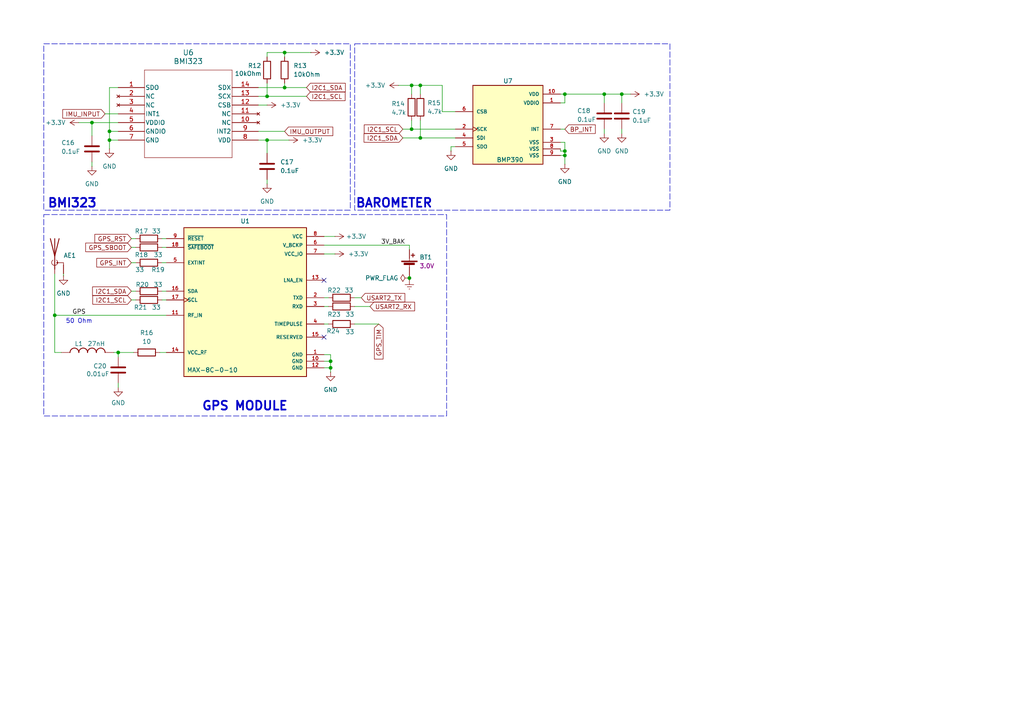
<source format=kicad_sch>
(kicad_sch (version 20231120) (generator "eeschema") (generator_version "8.0")
  (paper "A4")
  (lib_symbols
    (symbol "BMI323:BMI323" (pin_names (offset 0.254))
      (property "Reference" "U" (at 20.32 10.16 0))
      (property "Value" "BMI323" (at 20.32 7.62 0))
      (symbol "BMI323_0_1"
        (polyline (pts (xy 7.62 -20.32) (xy 33.02 -20.32)) (stroke (width 0.127)))
        (polyline (pts (xy 7.62 5.08) (xy 7.62 -20.32)) (stroke (width 0.127)))
        (polyline (pts (xy 33.02 -20.32) (xy 33.02 5.08)) (stroke (width 0.127)))
        (polyline (pts (xy 33.02 5.08) (xy 7.62 5.08)) (stroke (width 0.127)))
        (pin bidirectional line (at 0 0 0) (length 7.62) (name "SDO") (number "1"))
        (pin no_connect line (at 40.64 -10.16 180) (length 7.62) (name "NC") (number "10"))
        (pin no_connect line (at 40.64 -7.62 180) (length 7.62) (name "NC") (number "11"))
        (pin input line (at 40.64 -5.08 180) (length 7.62) (name "CSB") (number "12"))
        (pin input line (at 40.64 -2.54 180) (length 7.62) (name "SCX") (number "13"))
        (pin bidirectional line (at 40.64 0 180) (length 7.62) (name "SDX") (number "14"))
        (pin no_connect line (at 0 -2.54 0) (length 7.62) (name "NC") (number "2"))
        (pin no_connect line (at 0 -5.08 0) (length 7.62) (name "NC") (number "3"))
        (pin bidirectional line (at 0 -7.62 0) (length 7.62) (name "INT1") (number "4"))
        (pin power_in line (at 0 -10.16 0) (length 7.62) (name "VDDIO") (number "5"))
        (pin power_out line (at 0 -12.7 0) (length 7.62) (name "GNDIO") (number "6"))
        (pin power_out line (at 0 -15.24 0) (length 7.62) (name "GND") (number "7"))
        (pin power_in line (at 40.64 -15.24 180) (length 7.62) (name "VDD") (number "8"))
        (pin bidirectional line (at 40.64 -12.7 180) (length 7.62) (name "INT2") (number "9"))
      )
    )
    (symbol "Device:C" (pin_numbers hide) (pin_names (offset 0.254))
      (property "Reference" "C" (at 0.635 2.54 0))
      (property "Value" "C" (at 0.635 -2.54 0))
      (symbol "C_0_1"
        (polyline (pts (xy -2.032 -0.762) (xy 2.032 -0.762)) (stroke (width 0.508)))
        (polyline (pts (xy -2.032 0.762) (xy 2.032 0.762)) (stroke (width 0.508)))
      )
      (symbol "C_1_1"
        (pin passive line (at 0 3.81 270) (length 2.794) (name "~") (number "1"))
        (pin passive line (at 0 -3.81 90) (length 2.794) (name "~") (number "2"))
      )
    )
    (symbol "Device:R" (pin_numbers hide) (pin_names (offset 0))
      (property "Reference" "R" (at 2.032 0 90))
      (property "Value" "R" (at 0 0 90))
      (symbol "R_0_1"
        (rectangle (start -1.016 -2.54) (end 1.016 2.54) (stroke (width 0.254)))
      )
      (symbol "R_1_1"
        (pin passive line (at 0 3.81 270) (length 1.27) (name "~") (number "1"))
        (pin passive line (at 0 -3.81 90) (length 1.27) (name "~") (number "2"))
      )
    )
    (symbol "Flight-Computer:0734120110" (pin_numbers hide) (pin_names (offset 1.016) hide)
      (property "Reference" "AE" (at -1.905 4.445 0))
      (symbol "0734120110_0_1"
        (arc (start -0.508 -1.143) (mid -0.8429 -2.1194) (end 0 -2.667))
        (arc (start 0 -2.667) (mid 0.7989 -2.1052) (end 0.508 -1.143))
        (polyline (pts (xy 0 -2.54) (xy 0 0)))
        (polyline (pts (xy 0 5.08) (xy 0 -3.81)) (stroke (width 0.254)))
        (polyline (pts (xy 0.762 -1.905) (xy 2.54 -1.905)))
        (polyline (pts (xy 2.54 -2.54) (xy 2.54 -1.905)))
        (polyline (pts (xy 1.27 5.08) (xy 0 0) (xy -1.27 5.08)) (stroke (width 0.254)))
        (circle (center 0.762 -1.905) (radius 0.1778) (fill (type outline)))
      )
      (symbol "0734120110_1_1"
        (pin input line (at 0 -5.08 90) (length 2.54) (name "A") (number "1"))
        (pin input line (at 2.54 -5.08 90) (length 2.54) (name "Shield") (number "2"))
      )
    )
    (symbol "Flight-Computer:BMP390" (pin_names (offset 1.016))
      (property "Reference" "U" (at -2.54 13.335 0))
      (property "Value" "BMP390" (at -3.81 -9.525 0))
      (symbol "BMP390_0_0"
        (rectangle (start -10.16 -10.16) (end 10.16 12.7) (stroke (width 0.254)) (fill (type background)))
        (pin power_in line (at 15.24 7.62 180) (length 5.08) (name "VDDIO") (number "1"))
        (pin power_in line (at 15.24 10.16 180) (length 5.08) (name "VDD") (number "10"))
        (pin input clock (at -15.24 0 0) (length 5.08) (name "SCK") (number "2"))
        (pin power_in line (at 15.24 -3.81 180) (length 5.08) (name "VSS") (number "3"))
        (pin input line (at -15.24 -2.54 0) (length 5.08) (name "SDI") (number "4"))
        (pin input line (at -15.24 -5.08 0) (length 5.08) (name "SDO") (number "5"))
        (pin input line (at -15.24 5.08 0) (length 5.08) (name "CSB") (number "6"))
        (pin output line (at 15.24 0 180) (length 5.08) (name "INT") (number "7"))
        (pin power_in line (at 15.24 -5.715 180) (length 5.08) (name "VSS") (number "8"))
        (pin power_in line (at 15.24 -7.62 180) (length 5.08) (name "VSS") (number "9"))
      )
    )
    (symbol "Flight-Computer:Earth" (power) (pin_names (offset 0))
      (symbol "Earth_0_1"
        (polyline (pts (xy -0.635 -1.905) (xy 0.635 -1.905)))
        (polyline (pts (xy -0.127 -2.54) (xy 0.127 -2.54)))
        (polyline (pts (xy 0 -1.27) (xy 0 0)))
        (polyline (pts (xy 1.27 -1.27) (xy -1.27 -1.27)))
      )
      (symbol "Earth_1_1"
        (pin power_in line (at 0 0 270) (length 0) hide (name "Earth") (number "1"))
      )
    )
    (symbol "Flight-Computer:L-07C27NJV6T" (pin_numbers hide) (pin_names (offset 1.016) hide)
      (property "Reference" "L" (at -2.54 2.54 0))
      (property "Value" "L-07C27NJV6T" (at -7.62 -3.81 0))
      (symbol "L-07C27NJV6T_0_0"
        (arc (start -2.54 0) (mid -3.81 1.2645) (end -5.08 0) (stroke (width 0.254)))
        (arc (start 0 0) (mid -1.27 1.2645) (end -2.54 0) (stroke (width 0.254)))
        (arc (start 2.54 0) (mid 1.27 1.2645) (end 0 0) (stroke (width 0.254)))
        (arc (start 5.08 0) (mid 3.81 1.2645) (end 2.54 0) (stroke (width 0.254)))
        (pin passive line (at -7.62 0 0) (length 2.54) (name "~") (number "1"))
        (pin passive line (at 7.62 0 180) (length 2.54) (name "~") (number "2"))
      )
    )
    (symbol "Flight-Computer:MAX-8C-0-10" (pin_names (offset 1.016))
      (property "Reference" "U" (at -1.27 21.59 0))
      (property "Value" "MAX-8C-0-10" (at -17.145 -21.59 0))
      (symbol "MAX-8C-0-10_0_0"
        (rectangle (start -17.78 -22.86) (end 17.78 20.32) (stroke (width 0.254)) (fill (type background)))
        (pin power_in line (at 22.86 -16.51 180) (length 5.08) (name "GND") (number "1"))
        (pin power_in line (at 22.86 -18.415 180) (length 5.08) (name "GND") (number "10"))
        (pin input line (at -22.86 -5.08 0) (length 5.08) (name "RF_IN") (number "11"))
        (pin power_in line (at 22.86 -20.32 180) (length 5.08) (name "GND") (number "12"))
        (pin output line (at 22.86 5.08 180) (length 5.08) (name "LNA_EN") (number "13"))
        (pin power_out line (at -22.86 -15.875 0) (length 5.08) (name "VCC_RF") (number "14"))
        (pin passive line (at 22.86 -11.43 180) (length 5.08) (name "RESERVED") (number "15"))
        (pin bidirectional line (at -22.86 1.905 0) (length 5.08) (name "SDA") (number "16"))
        (pin input clock (at -22.86 -0.635 0) (length 5.08) (name "SCL") (number "17"))
        (pin input line (at -22.86 14.605 0) (length 5.08) (name "~{SAFEBOOT}") (number "18"))
        (pin output line (at 22.86 0 180) (length 5.08) (name "TXD") (number "2"))
        (pin input line (at 22.86 -2.54 180) (length 5.08) (name "RXD") (number "3"))
        (pin output line (at 22.86 -7.62 180) (length 5.08) (name "TIMEPULSE") (number "4"))
        (pin input line (at -22.86 10.16 0) (length 5.08) (name "EXTINT") (number "5"))
        (pin power_in line (at 22.86 15.24 180) (length 5.08) (name "V_BCKP") (number "6"))
        (pin power_in line (at 22.86 12.7 180) (length 5.08) (name "VCC_IO") (number "7"))
        (pin power_in line (at 22.86 17.78 180) (length 5.08) (name "VCC") (number "8"))
        (pin input line (at -22.86 17.145 0) (length 5.08) (name "~{RESET}") (number "9"))
      )
    )
    (symbol "Flight-Computer:MS614SE-FL28E" (pin_numbers hide) (pin_names (offset 0) hide)
      (property "Reference" "BT" (at 2.54 2.54 0))
      (property "Voltage" "3.0V" (at 4.445 0 0))
      (symbol "MS614SE-FL28E_0_1"
        (rectangle (start -2.286 1.778) (end 2.286 1.524) (fill (type outline)))
        (rectangle (start -1.5748 1.1938) (end 1.4732 0.6858) (fill (type outline)))
        (polyline (pts (xy 0 0.762) (xy 0 0)))
        (polyline (pts (xy 0 1.778) (xy 0 2.54)))
        (polyline (pts (xy 0.508 3.429) (xy 1.524 3.429)) (stroke (width 0.254)))
        (polyline (pts (xy 1.016 3.937) (xy 1.016 2.921)) (stroke (width 0.254)))
      )
      (symbol "MS614SE-FL28E_1_1"
        (pin power_out line (at 0 5.08 270) (length 2.54) (name "+") (number "1"))
        (pin passive line (at 0 -2.54 90) (length 2.54) (name "-") (number "2"))
      )
    )
    (symbol "power:+3.3V" (power) (pin_numbers hide) (pin_names (offset 0) hide)
      (property "Value" "+3.3V" (at 0 3.556 0))
      (symbol "+3.3V_0_1"
        (polyline (pts (xy -0.762 1.27) (xy 0 2.54)))
        (polyline (pts (xy 0 0) (xy 0 2.54)))
        (polyline (pts (xy 0 2.54) (xy 0.762 1.27)))
      )
      (symbol "+3.3V_1_1"
        (pin power_in line (at 0 0 90) (length 0) (name "~") (number "1"))
      )
    )
    (symbol "power:GND" (power) (pin_numbers hide) (pin_names (offset 0) hide)
      (property "Value" "GND" (at 0 -3.81 0))
      (symbol "GND_0_1"
        (polyline (pts (xy 0 0) (xy 0 -1.27) (xy 1.27 -1.27) (xy 0 -2.54) (xy -1.27 -1.27) (xy 0 -1.27)))
      )
      (symbol "GND_1_1"
        (pin power_in line (at 0 0 270) (length 0) (name "~") (number "1"))
      )
    )
    (symbol "power:PWR_FLAG" (power) (pin_numbers hide) (pin_names (offset 0) hide)
      (property "Value" "PWR_FLAG" (at 0 3.81 0))
      (symbol "PWR_FLAG_0_0"
        (pin power_out line (at 0 0 90) (length 0) (name "~") (number "1"))
      )
      (symbol "PWR_FLAG_0_1"
        (polyline (pts (xy 0 0) (xy 0 1.27) (xy -1.016 1.905) (xy 0 2.54) (xy 1.016 1.905) (xy 0 1.27)))
      )
    )
  )
  (junction (at 82.55 15.24))
  (junction (at 118.745 80.645))
  (junction (at 77.47 40.64))
  (junction (at 180.34 27.305))
  (junction (at 95.885 106.68))
  (junction (at 119.38 24.765))
  (junction (at 95.885 104.775))
  (junction (at 175.26 27.305))
  (junction (at 77.47 27.94))
  (junction (at 31.75 38.1))
  (junction (at 163.83 45.085))
  (junction (at 15.875 91.44))
  (junction (at 121.92 24.765))
  (junction (at 31.75 40.64))
  (junction (at 26.67 35.56))
  (junction (at 163.83 43.815))
  (junction (at 121.92 40.005))
  (junction (at 82.55 25.4))
  (junction (at 34.29 102.235))
  (junction (at 163.83 27.305))
  (junction (at 119.38 37.465))
  (no_connect (at 93.98 97.79))
  (no_connect (at 93.98 81.28))
  (wire (pts (xy 26.67 35.56) (xy 26.67 39.37)))
  (wire (pts (xy 77.47 40.64) (xy 77.47 44.45)))
  (wire (pts (xy 31.75 25.4) (xy 31.75 38.1)))
  (wire (pts (xy 175.26 27.305) (xy 180.34 27.305)))
  (wire (pts (xy 102.87 93.98) (xy 109.855 93.98)))
  (wire (pts (xy 162.56 37.465) (xy 163.83 37.465)))
  (wire (pts (xy 74.93 27.94) (xy 77.47 27.94)))
  (wire (pts (xy 77.47 27.94) (xy 88.9 27.94)))
  (wire (pts (xy 163.83 43.815) (xy 163.83 45.085)))
  (wire (pts (xy 118.745 80.645) (xy 118.745 81.28)))
  (wire (pts (xy 77.47 15.24) (xy 77.47 16.51)))
  (wire (pts (xy 77.47 52.07) (xy 77.47 53.34)))
  (wire (pts (xy 93.98 68.58) (xy 97.155 68.58)))
  (wire (pts (xy 93.98 73.66) (xy 97.155 73.66)))
  (wire (pts (xy 102.87 86.36) (xy 104.775 86.36)))
  (wire (pts (xy 128.27 24.765) (xy 128.27 32.385)))
  (wire (pts (xy 46.99 76.2) (xy 48.26 76.2)))
  (wire (pts (xy 175.26 27.305) (xy 175.26 29.845)))
  (wire (pts (xy 74.93 40.64) (xy 77.47 40.64)))
  (wire (pts (xy 118.745 80.01) (xy 118.745 80.645)))
  (wire (pts (xy 15.875 79.375) (xy 15.875 91.44)))
  (wire (pts (xy 163.83 45.085) (xy 163.83 47.625)))
  (wire (pts (xy 162.56 43.18) (xy 162.56 43.815)))
  (wire (pts (xy 121.92 40.005) (xy 132.08 40.005)))
  (wire (pts (xy 102.87 88.9) (xy 107.315 88.9)))
  (wire (pts (xy 119.38 37.465) (xy 132.08 37.465)))
  (wire (pts (xy 90.17 15.24) (xy 82.55 15.24)))
  (wire (pts (xy 121.92 34.925) (xy 121.92 40.005)))
  (wire (pts (xy 15.875 91.44) (xy 48.26 91.44)))
  (wire (pts (xy 46.99 71.755) (xy 48.26 71.755)))
  (wire (pts (xy 31.75 40.64) (xy 34.29 40.64)))
  (wire (pts (xy 162.56 43.815) (xy 163.83 43.815)))
  (wire (pts (xy 162.56 29.845) (xy 163.83 29.845)))
  (wire (pts (xy 38.1 71.755) (xy 39.37 71.755)))
  (wire (pts (xy 38.1 86.995) (xy 39.37 86.995)))
  (wire (pts (xy 118.745 71.12) (xy 118.745 72.39)))
  (wire (pts (xy 82.55 24.13) (xy 82.55 25.4)))
  (wire (pts (xy 180.34 37.465) (xy 180.34 38.735)))
  (wire (pts (xy 31.75 38.1) (xy 31.75 40.64)))
  (wire (pts (xy 121.92 24.765) (xy 121.92 27.305)))
  (wire (pts (xy 119.38 24.765) (xy 119.38 27.305)))
  (wire (pts (xy 130.81 42.545) (xy 130.81 43.815)))
  (wire (pts (xy 163.83 41.275) (xy 163.83 43.815)))
  (wire (pts (xy 180.34 27.305) (xy 180.34 29.845)))
  (wire (pts (xy 46.99 84.455) (xy 48.26 84.455)))
  (wire (pts (xy 119.38 24.765) (xy 121.92 24.765)))
  (wire (pts (xy 34.29 111.125) (xy 34.29 112.395)))
  (wire (pts (xy 74.93 30.48) (xy 77.47 30.48)))
  (wire (pts (xy 93.98 88.9) (xy 95.25 88.9)))
  (wire (pts (xy 30.48 33.02) (xy 34.29 33.02)))
  (wire (pts (xy 128.27 32.385) (xy 132.08 32.385)))
  (wire (pts (xy 38.1 76.2) (xy 39.37 76.2)))
  (wire (pts (xy 77.47 40.64) (xy 83.82 40.64)))
  (wire (pts (xy 74.93 38.1) (xy 82.55 38.1)))
  (wire (pts (xy 74.93 25.4) (xy 82.55 25.4)))
  (wire (pts (xy 175.26 37.465) (xy 175.26 38.735)))
  (wire (pts (xy 163.83 27.305) (xy 175.26 27.305)))
  (wire (pts (xy 95.885 102.87) (xy 95.885 104.775)))
  (wire (pts (xy 115.57 24.765) (xy 119.38 24.765)))
  (wire (pts (xy 93.98 86.36) (xy 95.25 86.36)))
  (wire (pts (xy 93.98 106.68) (xy 95.885 106.68)))
  (wire (pts (xy 46.99 86.995) (xy 48.26 86.995)))
  (wire (pts (xy 34.29 102.235) (xy 34.29 103.505)))
  (wire (pts (xy 18.415 79.375) (xy 18.415 80.01)))
  (wire (pts (xy 132.08 42.545) (xy 130.81 42.545)))
  (wire (pts (xy 121.92 24.765) (xy 128.27 24.765)))
  (wire (pts (xy 82.55 15.24) (xy 82.55 16.51)))
  (wire (pts (xy 119.38 34.925) (xy 119.38 37.465)))
  (wire (pts (xy 31.75 38.1) (xy 34.29 38.1)))
  (wire (pts (xy 93.98 104.775) (xy 95.885 104.775)))
  (wire (pts (xy 162.56 45.085) (xy 163.83 45.085)))
  (wire (pts (xy 116.84 37.465) (xy 119.38 37.465)))
  (wire (pts (xy 46.99 69.215) (xy 48.26 69.215)))
  (wire (pts (xy 77.47 24.13) (xy 77.47 27.94)))
  (wire (pts (xy 38.1 69.215) (xy 39.37 69.215)))
  (wire (pts (xy 162.56 41.275) (xy 163.83 41.275)))
  (wire (pts (xy 26.67 35.56) (xy 34.29 35.56)))
  (wire (pts (xy 15.875 91.44) (xy 15.875 102.235)))
  (wire (pts (xy 34.29 25.4) (xy 31.75 25.4)))
  (wire (pts (xy 93.98 102.87) (xy 95.885 102.87)))
  (wire (pts (xy 162.56 27.305) (xy 163.83 27.305)))
  (wire (pts (xy 82.55 15.24) (xy 77.47 15.24)))
  (wire (pts (xy 95.885 104.775) (xy 95.885 106.68)))
  (wire (pts (xy 22.86 35.56) (xy 26.67 35.56)))
  (wire (pts (xy 38.1 84.455) (xy 39.37 84.455)))
  (wire (pts (xy 82.55 25.4) (xy 88.9 25.4)))
  (wire (pts (xy 33.02 102.235) (xy 34.29 102.235)))
  (wire (pts (xy 93.98 93.98) (xy 95.25 93.98)))
  (wire (pts (xy 26.67 48.26) (xy 26.67 46.99)))
  (wire (pts (xy 95.885 106.68) (xy 95.885 107.95)))
  (wire (pts (xy 46.355 102.235) (xy 48.26 102.235)))
  (wire (pts (xy 31.75 40.64) (xy 31.75 43.18)))
  (wire (pts (xy 93.98 71.12) (xy 118.745 71.12)))
  (wire (pts (xy 163.83 29.845) (xy 163.83 27.305)))
  (wire (pts (xy 38.735 102.235) (xy 34.29 102.235)))
  (wire (pts (xy 116.84 40.005) (xy 121.92 40.005)))
  (wire (pts (xy 180.34 27.305) (xy 182.88 27.305)))
  (wire (pts (xy 15.875 102.235) (xy 17.78 102.235)))
  (rectangle (start 102.87 12.7) (end 194.31 60.96) (stroke (width 0) (type dash)))
  (rectangle (start 12.7 62.23) (end 129.54 120.65) (stroke (width 0) (type dash)))
  (rectangle (start 12.7 12.7) (end 101.6 60.96) (stroke (width 0) (type dash)))
  (text "BMI323\n" (at 20.955 59.055 0) (effects (font (size 2.54 2.54) (thickness 0.508) (bold yes))))
  (text "BAROMETER" (at 114.3 59.055 0) (effects (font (size 2.54 2.54) (thickness 0.508) (bold yes))))
  (text "GPS MODULE" (at 58.42 119.38 0) (effects (font (size 2.54 2.54) (bold yes)) (justify left bottom)))
  (text "50 Ohm\n" (at 19.05 93.98 0) (effects (font (size 1.27 1.27)) (justify left bottom)))
  (label "GPS" (at 20.955 91.44 0))
  (label "3V_BAK" (at 110.49 71.12 0))
  (global_label "GPS_SBOOT" (shape input) (at 38.1 71.755 180) (property "Intersheetrefs" "${INTERSHEET_REFS}" (effects (hide yes))))
  (global_label "I2C1_SDA" (shape input) (at 38.1 84.455 180) (property "Intersheetrefs" "${INTERSHEET_REFS}" (effects (hide yes))))
  (global_label "GPS_INT" (shape input) (at 38.1 76.2 180) (property "Intersheetrefs" "${INTERSHEET_REFS}" (effects (hide yes))))
  (global_label "I2C1_SDA" (shape input) (at 116.84 40.005 180) (property "Intersheetrefs" "${INTERSHEET_REFS}" (effects (hide yes))))
  (global_label "GPS_TIM" (shape input) (at 109.855 93.98 270) (property "Intersheetrefs" "${INTERSHEET_REFS}" (effects (hide yes))))
  (global_label "USART2_TX" (shape input) (at 104.775 86.36 0) (property "Intersheetrefs" "${INTERSHEET_REFS}" (effects (hide yes))))
  (global_label "BP_INT" (shape input) (at 163.83 37.465 0) (property "Intersheetrefs" "${INTERSHEET_REFS}" (effects (hide yes))))
  (global_label "I2C1_SCL" (shape input) (at 88.9 27.94 0) (property "Intersheetrefs" "${INTERSHEET_REFS}" (effects (hide yes))))
  (global_label "USART2_RX" (shape input) (at 107.315 88.9 0) (property "Intersheetrefs" "${INTERSHEET_REFS}" (effects (hide yes))))
  (global_label "IMU_INPUT" (shape input) (at 30.48 33.02 180) (property "Intersheetrefs" "${INTERSHEET_REFS}" (effects (hide yes))))
  (global_label "IMU_OUTPUT" (shape input) (at 82.55 38.1 0) (property "Intersheetrefs" "${INTERSHEET_REFS}" (effects (hide yes))))
  (global_label "I2C1_SDA" (shape input) (at 88.9 25.4 0) (property "Intersheetrefs" "${INTERSHEET_REFS}" (effects (hide yes))))
  (global_label "GPS_RST" (shape input) (at 38.1 69.215 180) (property "Intersheetrefs" "${INTERSHEET_REFS}" (effects (hide yes))))
  (global_label "I2C1_SCL" (shape input) (at 38.1 86.995 180) (property "Intersheetrefs" "${INTERSHEET_REFS}" (effects (hide yes))))
  (global_label "I2C1_SCL" (shape input) (at 116.84 37.465 180) (property "Intersheetrefs" "${INTERSHEET_REFS}" (effects (hide yes))))
  (symbol (lib_id "Device:R") (at 42.545 102.235 90) (unit 1)
    (property "Reference" "R16" (at 42.545 96.52 90))
    (property "Value" "10" (at 42.545 99.06 90))
    (property "Description" "Resistor" (effects (hide yes)))
  )
  (symbol (lib_id "Device:C") (at 180.34 33.655 0) (unit 1)
    (property "Reference" "C19" (at 183.388 32.385 0) (effects (justify left)))
    (property "Value" "0.1uF" (at 183.388 34.925 0) (effects (justify left)))
    (property "Description" "Unpolarized capacitor" (effects (hide yes)))
  )
  (symbol (lib_id "power:+3.3V") (at 115.57 24.765 90) (unit 1)
    (property "Reference" "#PWR026" (effects (hide yes)))
    (property "Value" "+3.3V" (at 111.76 24.7649 90) (effects (justify left)))
    (property "Description" "Power symbol creates a global label with name \"+3.3V\"" (effects (hide yes)))
  )
  (symbol (lib_id "Flight-Computer:BMP390") (at 147.32 37.465 0) (unit 1)
    (property "Reference" "U7" (at 147.32 23.495 0))
    (property "Value" "BMP390" (at 147.955 46.355 0))
    (property "Footprint" "Flight-Computer:BMP390" (effects (hide yes)))
  )
  (symbol (lib_id "Device:R") (at 121.92 31.115 0) (unit 1)
    (property "Reference" "R15" (at 123.952 29.845 0) (effects (justify left)))
    (property "Value" "4.7k" (at 123.952 32.385 0) (effects (justify left)))
    (property "Description" "Resistor" (effects (hide yes)))
  )
  (symbol (lib_id "Device:R") (at 99.06 93.98 90) (unit 1)
    (property "Reference" "R24" (at 96.647 96.012 90))
    (property "Value" "33" (at 101.473 96.266 90))
    (property "Description" "Resistor" (effects (hide yes)))
  )
  (symbol (lib_id "Flight-Computer:Earth") (at 118.745 81.28 0) (unit 1)
    (property "Reference" "#PWR043" (effects (hide yes)))
    (property "Value" "Earth" (effects (hide yes)))
  )
  (symbol (lib_id "Device:R") (at 82.55 20.32 0) (unit 1)
    (property "Reference" "R13" (at 85.09 19.0499 0) (effects (justify left)))
    (property "Value" "10kOhm" (at 85.09 21.5899 0) (effects (justify left)))
    (property "Footprint" "Resistor_SMD:R_0402_1005Metric" (effects (hide yes)))
    (property "Description" "Resistor" (effects (hide yes)))
  )
  (symbol (lib_id "Device:C") (at 77.47 48.26 0) (unit 1)
    (property "Reference" "C17" (at 81.28 46.9899 0) (effects (justify left)))
    (property "Value" "0.1uF" (at 81.28 49.5299 0) (effects (justify left)))
    (property "Footprint" "Capacitor_SMD:C_0402_1005Metric" (effects (hide yes)))
    (property "Description" "Unpolarized capacitor" (effects (hide yes)))
  )
  (symbol (lib_id "power:GND") (at 163.83 47.625 0) (unit 1)
    (property "Reference" "#PWR018" (effects (hide yes)))
    (property "Value" "GND" (at 163.83 52.705 0))
    (property "Description" "Power symbol creates a global label with name \"GND\" , ground" (effects (hide yes)))
  )
  (symbol (lib_id "Device:R") (at 99.06 88.9 90) (unit 1)
    (property "Reference" "R23" (at 96.901 91.186 90))
    (property "Value" "33" (at 101.473 91.186 90))
    (property "Description" "Resistor" (effects (hide yes)))
  )
  (symbol (lib_id "power:+3.3V") (at 77.47 30.48 270) (unit 1)
    (property "Reference" "#PWR036" (effects (hide yes)))
    (property "Value" "+3.3V" (at 81.28 30.4799 90) (effects (justify left)))
    (property "Description" "Power symbol creates a global label with name \"+3.3V\"" (effects (hide yes)))
  )
  (symbol (lib_id "power:GND") (at 77.47 53.34 0) (unit 1)
    (property "Reference" "#PWR038" (effects (hide yes)))
    (property "Value" "GND" (at 77.47 58.42 0))
    (property "Description" "Power symbol creates a global label with name \"GND\" , ground" (effects (hide yes)))
  )
  (symbol (lib_id "power:+3.3V") (at 90.17 15.24 270) (unit 1)
    (property "Reference" "#PWR035" (effects (hide yes)))
    (property "Value" "+3.3V" (at 93.98 15.2399 90) (effects (justify left)))
    (property "Description" "Power symbol creates a global label with name \"+3.3V\"" (effects (hide yes)))
  )
  (symbol (lib_id "Device:R") (at 43.18 69.215 90) (unit 1)
    (property "Reference" "R17" (at 41.021 67.056 90))
    (property "Value" "33" (at 45.339 67.056 90))
    (property "Description" "Resistor" (effects (hide yes)))
  )
  (symbol (lib_id "Device:R") (at 119.38 31.115 0) (unit 1)
    (property "Reference" "R14" (at 113.538 30.099 0) (effects (justify left)))
    (property "Value" "4.7k" (at 113.538 32.639 0) (effects (justify left)))
    (property "Description" "Resistor" (effects (hide yes)))
  )
  (symbol (lib_id "power:GND") (at 180.34 38.735 0) (unit 1)
    (property "Reference" "#PWR020" (effects (hide yes)))
    (property "Value" "GND" (at 180.34 43.815 0))
    (property "Description" "Power symbol creates a global label with name \"GND\" , ground" (effects (hide yes)))
  )
  (symbol (lib_id "Device:R") (at 43.18 86.995 90) (unit 1)
    (property "Reference" "R21" (at 40.767 89.154 90))
    (property "Value" "33" (at 45.339 89.154 90))
    (property "Description" "Resistor" (effects (hide yes)))
  )
  (symbol (lib_id "power:GND") (at 26.67 48.26 0) (unit 1)
    (property "Reference" "#PWR034" (effects (hide yes)))
    (property "Value" "GND" (at 26.67 53.34 0))
    (property "Description" "Power symbol creates a global label with name \"GND\" , ground" (effects (hide yes)))
  )
  (symbol (lib_id "BMI323:BMI323") (at 34.29 25.4 0) (unit 1)
    (property "Reference" "U6" (at 54.61 15.24 0) (effects (font (size 1.524 1.524))))
    (property "Value" "BMI323" (at 54.61 17.78 0) (effects (font (size 1.524 1.524))))
    (property "Footprint" "USBs:BMI323" (effects (hide yes)))
    (property "Datasheet" "BMI323" (effects (hide yes)))
  )
  (symbol (lib_id "power:+3.3V") (at 83.82 40.64 270) (unit 1)
    (property "Reference" "#PWR037" (effects (hide yes)))
    (property "Value" "+3.3V" (at 87.63 40.6399 90) (effects (justify left)))
    (property "Description" "Power symbol creates a global label with name \"+3.3V\"" (effects (hide yes)))
  )
  (symbol (lib_id "Device:R") (at 43.18 71.755 90) (unit 1)
    (property "Reference" "R18" (at 41.021 73.914 90))
    (property "Value" "33" (at 45.847 73.914 90))
    (property "Description" "Resistor" (effects (hide yes)))
  )
  (symbol (lib_id "Device:C") (at 26.67 43.18 0) (unit 1)
    (property "Reference" "C16" (at 17.78 41.402 0) (effects (justify left)))
    (property "Value" "0.1uF" (at 17.78 43.942 0) (effects (justify left)))
    (property "Footprint" "Capacitor_SMD:C_0402_1005Metric" (effects (hide yes)))
    (property "Description" "Unpolarized capacitor" (effects (hide yes)))
  )
  (symbol (lib_id "power:+3.3V") (at 97.155 73.66 270) (unit 1)
    (property "Reference" "#PWR044" (effects (hide yes)))
    (property "Value" "+3.3V" (at 100.965 73.6599 90) (effects (justify left)))
    (property "Description" "Power symbol creates a global label with name \"+3.3V\"" (effects (hide yes)))
  )
  (symbol (lib_id "power:GND") (at 31.75 43.18 0) (unit 1)
    (property "Reference" "#PWR032" (effects (hide yes)))
    (property "Value" "GND" (at 31.75 48.26 0))
    (property "Description" "Power symbol creates a global label with name \"GND\" , ground" (effects (hide yes)))
  )
  (symbol (lib_id "power:+3.3V") (at 22.86 35.56 90) (unit 1)
    (property "Reference" "#PWR033" (effects (hide yes)))
    (property "Value" "+3.3V" (at 19.05 35.5599 90) (effects (justify left)))
    (property "Description" "Power symbol creates a global label with name \"+3.3V\"" (effects (hide yes)))
  )
  (symbol (lib_id "Device:R") (at 43.18 76.2 90) (unit 1)
    (property "Reference" "R19" (at 45.847 78.232 90))
    (property "Value" "33" (at 40.513 78.232 90))
    (property "Description" "Resistor" (effects (hide yes)))
  )
  (symbol (lib_id "Device:R") (at 43.18 84.455 90) (unit 1)
    (property "Reference" "R20" (at 41.275 82.55 90))
    (property "Value" "33" (at 45.847 82.55 90))
    (property "Description" "Resistor" (effects (hide yes)))
  )
  (symbol (lib_id "Flight-Computer:MS614SE-FL28E") (at 118.745 77.47 0) (unit 1)
    (property "Reference" "BT1" (at 121.666 74.6033 0) (effects (justify left)))
    (property "Value" "MS614SE-FL28E" (effects (hide yes)))
    (property "Footprint" "Flight-Computer:MS621FE-FL11E" (effects (hide yes)))
    (property "Voltage" "3.0V" (at 121.666 77.1402 0) (effects (justify left)))
  )
  (symbol (lib_id "Device:R") (at 99.06 86.36 90) (unit 1)
    (property "Reference" "R22" (at 96.901 84.201 90))
    (property "Value" "33" (at 101.219 84.201 90))
    (property "Description" "Resistor" (effects (hide yes)))
  )
  (symbol (lib_id "Device:R") (at 77.47 20.32 0) (unit 1)
    (property "Reference" "R12" (at 71.882 19.05 0) (effects (justify left)))
    (property "Value" "10kOhm" (at 68.072 21.336 0) (effects (justify left)))
    (property "Footprint" "Resistor_SMD:R_0402_1005Metric" (effects (hide yes)))
    (property "Description" "Resistor" (effects (hide yes)))
  )
  (symbol (lib_id "power:PWR_FLAG") (at 118.745 80.645 90) (unit 1)
    (property "Reference" "#FLG04" (effects (hide yes)))
    (property "Value" "PWR_FLAG" (at 115.57 80.6449 90) (effects (justify left)))
    (property "Description" "Special symbol for telling ERC where power comes from" (effects (hide yes)))
  )
  (symbol (lib_id "Flight-Computer:L-07C27NJV6T") (at 25.4 102.235 0) (unit 1)
    (property "Reference" "L1" (at 22.86 99.695 0))
    (property "Value" "27nH" (at 27.94 99.695 0))
    (property "Footprint" "Flight-Computer:L-07C27NJV6T" (effects (hide yes)))
  )
  (symbol (lib_id "power:+3.3V") (at 97.155 68.58 270) (unit 1)
    (property "Reference" "#PWR045" (effects (hide yes)))
    (property "Value" "+3.3V" (at 100.33 68.5799 90) (effects (justify left)))
    (property "Description" "Power symbol creates a global label with name \"+3.3V\"" (effects (hide yes)))
  )
  (symbol (lib_id "power:GND") (at 95.885 107.95 0) (unit 1)
    (property "Reference" "#PWR042" (effects (hide yes)))
    (property "Value" "GND" (at 95.885 113.03 0))
    (property "Description" "Power symbol creates a global label with name \"GND\" , ground" (effects (hide yes)))
  )
  (symbol (lib_id "power:GND") (at 130.81 43.815 0) (unit 1)
    (property "Reference" "#PWR06" (effects (hide yes)))
    (property "Value" "GND" (at 130.81 48.895 0))
    (property "Description" "Power symbol creates a global label with name \"GND\" , ground" (effects (hide yes)))
  )
  (symbol (lib_id "Flight-Computer:MAX-8C-0-10") (at 71.12 86.36 0) (unit 1)
    (property "Reference" "U1" (at 71.12 64.135 0))
    (property "Value" "MAX-8C-0-10" (at 61.595 107.315 0))
    (property "Footprint" "Flight-Computer:MAX-8C-0" (effects (hide yes)))
  )
  (symbol (lib_id "Device:C") (at 34.29 107.315 0) (unit 1)
    (property "Reference" "C20" (at 27.051 106.172 0) (effects (justify left)))
    (property "Value" "0.01uF" (at 25.019 108.458 0) (effects (justify left)))
    (property "Description" "Unpolarized capacitor" (effects (hide yes)))
  )
  (symbol (lib_id "Device:C") (at 175.26 33.655 0) (unit 1)
    (property "Reference" "C18" (at 167.386 32.131 0) (effects (justify left)))
    (property "Value" "0.1uF" (at 167.386 34.671 0) (effects (justify left)))
    (property "Description" "Unpolarized capacitor" (effects (hide yes)))
  )
  (symbol (lib_id "power:GND") (at 175.26 38.735 0) (unit 1)
    (property "Reference" "#PWR019" (effects (hide yes)))
    (property "Value" "GND" (at 175.26 43.815 0))
    (property "Description" "Power symbol creates a global label with name \"GND\" , ground" (effects (hide yes)))
  )
  (symbol (lib_id "power:GND") (at 34.29 112.395 0) (unit 1)
    (property "Reference" "#PWR041" (effects (hide yes)))
    (property "Value" "GND" (at 34.29 116.84 0))
    (property "Description" "Power symbol creates a global label with name \"GND\" , ground" (effects (hide yes)))
  )
  (symbol (lib_id "power:GND") (at 18.415 80.01 0) (unit 1)
    (property "Reference" "#PWR040" (effects (hide yes)))
    (property "Value" "GND" (at 18.415 85.09 0))
    (property "Description" "Power symbol creates a global label with name \"GND\" , ground" (effects (hide yes)))
  )
  (symbol (lib_id "power:+3.3V") (at 182.88 27.305 270) (unit 1)
    (property "Reference" "#PWR039" (effects (hide yes)))
    (property "Value" "+3.3V" (at 186.69 27.3049 90) (effects (justify left)))
    (property "Description" "Power symbol creates a global label with name \"+3.3V\"" (effects (hide yes)))
  )
  (symbol (lib_id "Flight-Computer:0734120110") (at 15.875 74.295 0) (unit 1)
    (property "Reference" "AE1" (at 18.415 74.0938 0) (effects (justify left)))
    (property "Value" "0734120110" (effects (hide yes)))
    (property "Footprint" "Flight-Computer:73412-0110" (effects (hide yes)))
  )
)
</source>
